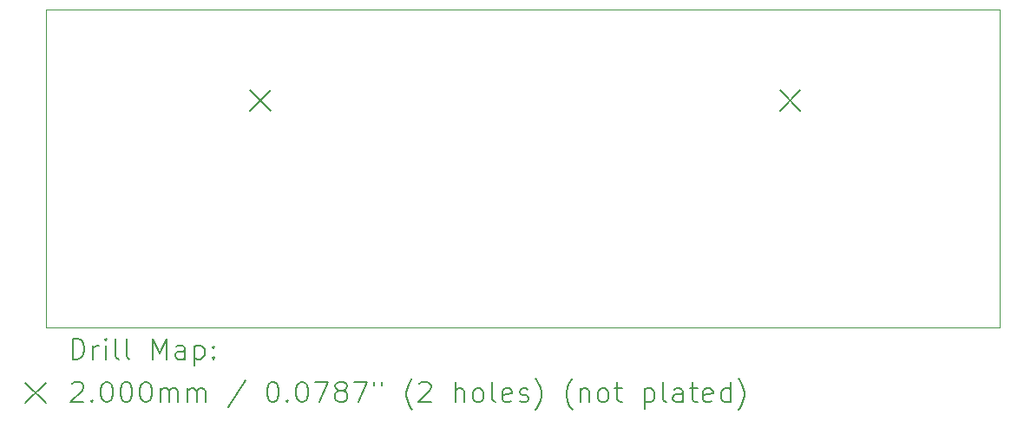
<source format=gbr>
%TF.GenerationSoftware,KiCad,Pcbnew,8.0.4*%
%TF.CreationDate,2024-09-22T20:29:33+02:00*%
%TF.ProjectId,Fader_Single,46616465-725f-4536-996e-676c652e6b69,rev?*%
%TF.SameCoordinates,Original*%
%TF.FileFunction,Drillmap*%
%TF.FilePolarity,Positive*%
%FSLAX45Y45*%
G04 Gerber Fmt 4.5, Leading zero omitted, Abs format (unit mm)*
G04 Created by KiCad (PCBNEW 8.0.4) date 2024-09-22 20:29:33*
%MOMM*%
%LPD*%
G01*
G04 APERTURE LIST*
%ADD10C,0.050000*%
%ADD11C,0.200000*%
G04 APERTURE END LIST*
D10*
X10400000Y-7800000D02*
X19700000Y-7800000D01*
X19700000Y-10900000D01*
X10400000Y-10900000D01*
X10400000Y-7800000D01*
D11*
X12390000Y-8587500D02*
X12590000Y-8787500D01*
X12590000Y-8587500D02*
X12390000Y-8787500D01*
X17560000Y-8587500D02*
X17760000Y-8787500D01*
X17760000Y-8587500D02*
X17560000Y-8787500D01*
X10658277Y-11213984D02*
X10658277Y-11013984D01*
X10658277Y-11013984D02*
X10705896Y-11013984D01*
X10705896Y-11013984D02*
X10734467Y-11023508D01*
X10734467Y-11023508D02*
X10753515Y-11042555D01*
X10753515Y-11042555D02*
X10763039Y-11061603D01*
X10763039Y-11061603D02*
X10772563Y-11099698D01*
X10772563Y-11099698D02*
X10772563Y-11128270D01*
X10772563Y-11128270D02*
X10763039Y-11166365D01*
X10763039Y-11166365D02*
X10753515Y-11185412D01*
X10753515Y-11185412D02*
X10734467Y-11204460D01*
X10734467Y-11204460D02*
X10705896Y-11213984D01*
X10705896Y-11213984D02*
X10658277Y-11213984D01*
X10858277Y-11213984D02*
X10858277Y-11080650D01*
X10858277Y-11118746D02*
X10867801Y-11099698D01*
X10867801Y-11099698D02*
X10877324Y-11090174D01*
X10877324Y-11090174D02*
X10896372Y-11080650D01*
X10896372Y-11080650D02*
X10915420Y-11080650D01*
X10982086Y-11213984D02*
X10982086Y-11080650D01*
X10982086Y-11013984D02*
X10972563Y-11023508D01*
X10972563Y-11023508D02*
X10982086Y-11033031D01*
X10982086Y-11033031D02*
X10991610Y-11023508D01*
X10991610Y-11023508D02*
X10982086Y-11013984D01*
X10982086Y-11013984D02*
X10982086Y-11033031D01*
X11105896Y-11213984D02*
X11086848Y-11204460D01*
X11086848Y-11204460D02*
X11077324Y-11185412D01*
X11077324Y-11185412D02*
X11077324Y-11013984D01*
X11210658Y-11213984D02*
X11191610Y-11204460D01*
X11191610Y-11204460D02*
X11182086Y-11185412D01*
X11182086Y-11185412D02*
X11182086Y-11013984D01*
X11439229Y-11213984D02*
X11439229Y-11013984D01*
X11439229Y-11013984D02*
X11505896Y-11156841D01*
X11505896Y-11156841D02*
X11572562Y-11013984D01*
X11572562Y-11013984D02*
X11572562Y-11213984D01*
X11753515Y-11213984D02*
X11753515Y-11109222D01*
X11753515Y-11109222D02*
X11743991Y-11090174D01*
X11743991Y-11090174D02*
X11724943Y-11080650D01*
X11724943Y-11080650D02*
X11686848Y-11080650D01*
X11686848Y-11080650D02*
X11667801Y-11090174D01*
X11753515Y-11204460D02*
X11734467Y-11213984D01*
X11734467Y-11213984D02*
X11686848Y-11213984D01*
X11686848Y-11213984D02*
X11667801Y-11204460D01*
X11667801Y-11204460D02*
X11658277Y-11185412D01*
X11658277Y-11185412D02*
X11658277Y-11166365D01*
X11658277Y-11166365D02*
X11667801Y-11147317D01*
X11667801Y-11147317D02*
X11686848Y-11137793D01*
X11686848Y-11137793D02*
X11734467Y-11137793D01*
X11734467Y-11137793D02*
X11753515Y-11128270D01*
X11848753Y-11080650D02*
X11848753Y-11280650D01*
X11848753Y-11090174D02*
X11867801Y-11080650D01*
X11867801Y-11080650D02*
X11905896Y-11080650D01*
X11905896Y-11080650D02*
X11924943Y-11090174D01*
X11924943Y-11090174D02*
X11934467Y-11099698D01*
X11934467Y-11099698D02*
X11943991Y-11118746D01*
X11943991Y-11118746D02*
X11943991Y-11175889D01*
X11943991Y-11175889D02*
X11934467Y-11194936D01*
X11934467Y-11194936D02*
X11924943Y-11204460D01*
X11924943Y-11204460D02*
X11905896Y-11213984D01*
X11905896Y-11213984D02*
X11867801Y-11213984D01*
X11867801Y-11213984D02*
X11848753Y-11204460D01*
X12029705Y-11194936D02*
X12039229Y-11204460D01*
X12039229Y-11204460D02*
X12029705Y-11213984D01*
X12029705Y-11213984D02*
X12020182Y-11204460D01*
X12020182Y-11204460D02*
X12029705Y-11194936D01*
X12029705Y-11194936D02*
X12029705Y-11213984D01*
X12029705Y-11090174D02*
X12039229Y-11099698D01*
X12039229Y-11099698D02*
X12029705Y-11109222D01*
X12029705Y-11109222D02*
X12020182Y-11099698D01*
X12020182Y-11099698D02*
X12029705Y-11090174D01*
X12029705Y-11090174D02*
X12029705Y-11109222D01*
X10197500Y-11442500D02*
X10397500Y-11642500D01*
X10397500Y-11442500D02*
X10197500Y-11642500D01*
X10648753Y-11453031D02*
X10658277Y-11443508D01*
X10658277Y-11443508D02*
X10677324Y-11433984D01*
X10677324Y-11433984D02*
X10724944Y-11433984D01*
X10724944Y-11433984D02*
X10743991Y-11443508D01*
X10743991Y-11443508D02*
X10753515Y-11453031D01*
X10753515Y-11453031D02*
X10763039Y-11472079D01*
X10763039Y-11472079D02*
X10763039Y-11491127D01*
X10763039Y-11491127D02*
X10753515Y-11519698D01*
X10753515Y-11519698D02*
X10639229Y-11633984D01*
X10639229Y-11633984D02*
X10763039Y-11633984D01*
X10848753Y-11614936D02*
X10858277Y-11624460D01*
X10858277Y-11624460D02*
X10848753Y-11633984D01*
X10848753Y-11633984D02*
X10839229Y-11624460D01*
X10839229Y-11624460D02*
X10848753Y-11614936D01*
X10848753Y-11614936D02*
X10848753Y-11633984D01*
X10982086Y-11433984D02*
X11001134Y-11433984D01*
X11001134Y-11433984D02*
X11020182Y-11443508D01*
X11020182Y-11443508D02*
X11029705Y-11453031D01*
X11029705Y-11453031D02*
X11039229Y-11472079D01*
X11039229Y-11472079D02*
X11048753Y-11510174D01*
X11048753Y-11510174D02*
X11048753Y-11557793D01*
X11048753Y-11557793D02*
X11039229Y-11595888D01*
X11039229Y-11595888D02*
X11029705Y-11614936D01*
X11029705Y-11614936D02*
X11020182Y-11624460D01*
X11020182Y-11624460D02*
X11001134Y-11633984D01*
X11001134Y-11633984D02*
X10982086Y-11633984D01*
X10982086Y-11633984D02*
X10963039Y-11624460D01*
X10963039Y-11624460D02*
X10953515Y-11614936D01*
X10953515Y-11614936D02*
X10943991Y-11595888D01*
X10943991Y-11595888D02*
X10934467Y-11557793D01*
X10934467Y-11557793D02*
X10934467Y-11510174D01*
X10934467Y-11510174D02*
X10943991Y-11472079D01*
X10943991Y-11472079D02*
X10953515Y-11453031D01*
X10953515Y-11453031D02*
X10963039Y-11443508D01*
X10963039Y-11443508D02*
X10982086Y-11433984D01*
X11172563Y-11433984D02*
X11191610Y-11433984D01*
X11191610Y-11433984D02*
X11210658Y-11443508D01*
X11210658Y-11443508D02*
X11220182Y-11453031D01*
X11220182Y-11453031D02*
X11229705Y-11472079D01*
X11229705Y-11472079D02*
X11239229Y-11510174D01*
X11239229Y-11510174D02*
X11239229Y-11557793D01*
X11239229Y-11557793D02*
X11229705Y-11595888D01*
X11229705Y-11595888D02*
X11220182Y-11614936D01*
X11220182Y-11614936D02*
X11210658Y-11624460D01*
X11210658Y-11624460D02*
X11191610Y-11633984D01*
X11191610Y-11633984D02*
X11172563Y-11633984D01*
X11172563Y-11633984D02*
X11153515Y-11624460D01*
X11153515Y-11624460D02*
X11143991Y-11614936D01*
X11143991Y-11614936D02*
X11134467Y-11595888D01*
X11134467Y-11595888D02*
X11124944Y-11557793D01*
X11124944Y-11557793D02*
X11124944Y-11510174D01*
X11124944Y-11510174D02*
X11134467Y-11472079D01*
X11134467Y-11472079D02*
X11143991Y-11453031D01*
X11143991Y-11453031D02*
X11153515Y-11443508D01*
X11153515Y-11443508D02*
X11172563Y-11433984D01*
X11363039Y-11433984D02*
X11382086Y-11433984D01*
X11382086Y-11433984D02*
X11401134Y-11443508D01*
X11401134Y-11443508D02*
X11410658Y-11453031D01*
X11410658Y-11453031D02*
X11420182Y-11472079D01*
X11420182Y-11472079D02*
X11429705Y-11510174D01*
X11429705Y-11510174D02*
X11429705Y-11557793D01*
X11429705Y-11557793D02*
X11420182Y-11595888D01*
X11420182Y-11595888D02*
X11410658Y-11614936D01*
X11410658Y-11614936D02*
X11401134Y-11624460D01*
X11401134Y-11624460D02*
X11382086Y-11633984D01*
X11382086Y-11633984D02*
X11363039Y-11633984D01*
X11363039Y-11633984D02*
X11343991Y-11624460D01*
X11343991Y-11624460D02*
X11334467Y-11614936D01*
X11334467Y-11614936D02*
X11324943Y-11595888D01*
X11324943Y-11595888D02*
X11315420Y-11557793D01*
X11315420Y-11557793D02*
X11315420Y-11510174D01*
X11315420Y-11510174D02*
X11324943Y-11472079D01*
X11324943Y-11472079D02*
X11334467Y-11453031D01*
X11334467Y-11453031D02*
X11343991Y-11443508D01*
X11343991Y-11443508D02*
X11363039Y-11433984D01*
X11515420Y-11633984D02*
X11515420Y-11500650D01*
X11515420Y-11519698D02*
X11524943Y-11510174D01*
X11524943Y-11510174D02*
X11543991Y-11500650D01*
X11543991Y-11500650D02*
X11572563Y-11500650D01*
X11572563Y-11500650D02*
X11591610Y-11510174D01*
X11591610Y-11510174D02*
X11601134Y-11529222D01*
X11601134Y-11529222D02*
X11601134Y-11633984D01*
X11601134Y-11529222D02*
X11610658Y-11510174D01*
X11610658Y-11510174D02*
X11629705Y-11500650D01*
X11629705Y-11500650D02*
X11658277Y-11500650D01*
X11658277Y-11500650D02*
X11677324Y-11510174D01*
X11677324Y-11510174D02*
X11686848Y-11529222D01*
X11686848Y-11529222D02*
X11686848Y-11633984D01*
X11782086Y-11633984D02*
X11782086Y-11500650D01*
X11782086Y-11519698D02*
X11791610Y-11510174D01*
X11791610Y-11510174D02*
X11810658Y-11500650D01*
X11810658Y-11500650D02*
X11839229Y-11500650D01*
X11839229Y-11500650D02*
X11858277Y-11510174D01*
X11858277Y-11510174D02*
X11867801Y-11529222D01*
X11867801Y-11529222D02*
X11867801Y-11633984D01*
X11867801Y-11529222D02*
X11877324Y-11510174D01*
X11877324Y-11510174D02*
X11896372Y-11500650D01*
X11896372Y-11500650D02*
X11924943Y-11500650D01*
X11924943Y-11500650D02*
X11943991Y-11510174D01*
X11943991Y-11510174D02*
X11953515Y-11529222D01*
X11953515Y-11529222D02*
X11953515Y-11633984D01*
X12343991Y-11424460D02*
X12172563Y-11681603D01*
X12601134Y-11433984D02*
X12620182Y-11433984D01*
X12620182Y-11433984D02*
X12639229Y-11443508D01*
X12639229Y-11443508D02*
X12648753Y-11453031D01*
X12648753Y-11453031D02*
X12658277Y-11472079D01*
X12658277Y-11472079D02*
X12667801Y-11510174D01*
X12667801Y-11510174D02*
X12667801Y-11557793D01*
X12667801Y-11557793D02*
X12658277Y-11595888D01*
X12658277Y-11595888D02*
X12648753Y-11614936D01*
X12648753Y-11614936D02*
X12639229Y-11624460D01*
X12639229Y-11624460D02*
X12620182Y-11633984D01*
X12620182Y-11633984D02*
X12601134Y-11633984D01*
X12601134Y-11633984D02*
X12582086Y-11624460D01*
X12582086Y-11624460D02*
X12572563Y-11614936D01*
X12572563Y-11614936D02*
X12563039Y-11595888D01*
X12563039Y-11595888D02*
X12553515Y-11557793D01*
X12553515Y-11557793D02*
X12553515Y-11510174D01*
X12553515Y-11510174D02*
X12563039Y-11472079D01*
X12563039Y-11472079D02*
X12572563Y-11453031D01*
X12572563Y-11453031D02*
X12582086Y-11443508D01*
X12582086Y-11443508D02*
X12601134Y-11433984D01*
X12753515Y-11614936D02*
X12763039Y-11624460D01*
X12763039Y-11624460D02*
X12753515Y-11633984D01*
X12753515Y-11633984D02*
X12743991Y-11624460D01*
X12743991Y-11624460D02*
X12753515Y-11614936D01*
X12753515Y-11614936D02*
X12753515Y-11633984D01*
X12886848Y-11433984D02*
X12905896Y-11433984D01*
X12905896Y-11433984D02*
X12924944Y-11443508D01*
X12924944Y-11443508D02*
X12934467Y-11453031D01*
X12934467Y-11453031D02*
X12943991Y-11472079D01*
X12943991Y-11472079D02*
X12953515Y-11510174D01*
X12953515Y-11510174D02*
X12953515Y-11557793D01*
X12953515Y-11557793D02*
X12943991Y-11595888D01*
X12943991Y-11595888D02*
X12934467Y-11614936D01*
X12934467Y-11614936D02*
X12924944Y-11624460D01*
X12924944Y-11624460D02*
X12905896Y-11633984D01*
X12905896Y-11633984D02*
X12886848Y-11633984D01*
X12886848Y-11633984D02*
X12867801Y-11624460D01*
X12867801Y-11624460D02*
X12858277Y-11614936D01*
X12858277Y-11614936D02*
X12848753Y-11595888D01*
X12848753Y-11595888D02*
X12839229Y-11557793D01*
X12839229Y-11557793D02*
X12839229Y-11510174D01*
X12839229Y-11510174D02*
X12848753Y-11472079D01*
X12848753Y-11472079D02*
X12858277Y-11453031D01*
X12858277Y-11453031D02*
X12867801Y-11443508D01*
X12867801Y-11443508D02*
X12886848Y-11433984D01*
X13020182Y-11433984D02*
X13153515Y-11433984D01*
X13153515Y-11433984D02*
X13067801Y-11633984D01*
X13258277Y-11519698D02*
X13239229Y-11510174D01*
X13239229Y-11510174D02*
X13229706Y-11500650D01*
X13229706Y-11500650D02*
X13220182Y-11481603D01*
X13220182Y-11481603D02*
X13220182Y-11472079D01*
X13220182Y-11472079D02*
X13229706Y-11453031D01*
X13229706Y-11453031D02*
X13239229Y-11443508D01*
X13239229Y-11443508D02*
X13258277Y-11433984D01*
X13258277Y-11433984D02*
X13296372Y-11433984D01*
X13296372Y-11433984D02*
X13315420Y-11443508D01*
X13315420Y-11443508D02*
X13324944Y-11453031D01*
X13324944Y-11453031D02*
X13334467Y-11472079D01*
X13334467Y-11472079D02*
X13334467Y-11481603D01*
X13334467Y-11481603D02*
X13324944Y-11500650D01*
X13324944Y-11500650D02*
X13315420Y-11510174D01*
X13315420Y-11510174D02*
X13296372Y-11519698D01*
X13296372Y-11519698D02*
X13258277Y-11519698D01*
X13258277Y-11519698D02*
X13239229Y-11529222D01*
X13239229Y-11529222D02*
X13229706Y-11538746D01*
X13229706Y-11538746D02*
X13220182Y-11557793D01*
X13220182Y-11557793D02*
X13220182Y-11595888D01*
X13220182Y-11595888D02*
X13229706Y-11614936D01*
X13229706Y-11614936D02*
X13239229Y-11624460D01*
X13239229Y-11624460D02*
X13258277Y-11633984D01*
X13258277Y-11633984D02*
X13296372Y-11633984D01*
X13296372Y-11633984D02*
X13315420Y-11624460D01*
X13315420Y-11624460D02*
X13324944Y-11614936D01*
X13324944Y-11614936D02*
X13334467Y-11595888D01*
X13334467Y-11595888D02*
X13334467Y-11557793D01*
X13334467Y-11557793D02*
X13324944Y-11538746D01*
X13324944Y-11538746D02*
X13315420Y-11529222D01*
X13315420Y-11529222D02*
X13296372Y-11519698D01*
X13401134Y-11433984D02*
X13534467Y-11433984D01*
X13534467Y-11433984D02*
X13448753Y-11633984D01*
X13601134Y-11433984D02*
X13601134Y-11472079D01*
X13677325Y-11433984D02*
X13677325Y-11472079D01*
X13972563Y-11710174D02*
X13963039Y-11700650D01*
X13963039Y-11700650D02*
X13943991Y-11672079D01*
X13943991Y-11672079D02*
X13934468Y-11653031D01*
X13934468Y-11653031D02*
X13924944Y-11624460D01*
X13924944Y-11624460D02*
X13915420Y-11576841D01*
X13915420Y-11576841D02*
X13915420Y-11538746D01*
X13915420Y-11538746D02*
X13924944Y-11491127D01*
X13924944Y-11491127D02*
X13934468Y-11462555D01*
X13934468Y-11462555D02*
X13943991Y-11443508D01*
X13943991Y-11443508D02*
X13963039Y-11414936D01*
X13963039Y-11414936D02*
X13972563Y-11405412D01*
X14039229Y-11453031D02*
X14048753Y-11443508D01*
X14048753Y-11443508D02*
X14067801Y-11433984D01*
X14067801Y-11433984D02*
X14115420Y-11433984D01*
X14115420Y-11433984D02*
X14134468Y-11443508D01*
X14134468Y-11443508D02*
X14143991Y-11453031D01*
X14143991Y-11453031D02*
X14153515Y-11472079D01*
X14153515Y-11472079D02*
X14153515Y-11491127D01*
X14153515Y-11491127D02*
X14143991Y-11519698D01*
X14143991Y-11519698D02*
X14029706Y-11633984D01*
X14029706Y-11633984D02*
X14153515Y-11633984D01*
X14391610Y-11633984D02*
X14391610Y-11433984D01*
X14477325Y-11633984D02*
X14477325Y-11529222D01*
X14477325Y-11529222D02*
X14467801Y-11510174D01*
X14467801Y-11510174D02*
X14448753Y-11500650D01*
X14448753Y-11500650D02*
X14420182Y-11500650D01*
X14420182Y-11500650D02*
X14401134Y-11510174D01*
X14401134Y-11510174D02*
X14391610Y-11519698D01*
X14601134Y-11633984D02*
X14582087Y-11624460D01*
X14582087Y-11624460D02*
X14572563Y-11614936D01*
X14572563Y-11614936D02*
X14563039Y-11595888D01*
X14563039Y-11595888D02*
X14563039Y-11538746D01*
X14563039Y-11538746D02*
X14572563Y-11519698D01*
X14572563Y-11519698D02*
X14582087Y-11510174D01*
X14582087Y-11510174D02*
X14601134Y-11500650D01*
X14601134Y-11500650D02*
X14629706Y-11500650D01*
X14629706Y-11500650D02*
X14648753Y-11510174D01*
X14648753Y-11510174D02*
X14658277Y-11519698D01*
X14658277Y-11519698D02*
X14667801Y-11538746D01*
X14667801Y-11538746D02*
X14667801Y-11595888D01*
X14667801Y-11595888D02*
X14658277Y-11614936D01*
X14658277Y-11614936D02*
X14648753Y-11624460D01*
X14648753Y-11624460D02*
X14629706Y-11633984D01*
X14629706Y-11633984D02*
X14601134Y-11633984D01*
X14782087Y-11633984D02*
X14763039Y-11624460D01*
X14763039Y-11624460D02*
X14753515Y-11605412D01*
X14753515Y-11605412D02*
X14753515Y-11433984D01*
X14934468Y-11624460D02*
X14915420Y-11633984D01*
X14915420Y-11633984D02*
X14877325Y-11633984D01*
X14877325Y-11633984D02*
X14858277Y-11624460D01*
X14858277Y-11624460D02*
X14848753Y-11605412D01*
X14848753Y-11605412D02*
X14848753Y-11529222D01*
X14848753Y-11529222D02*
X14858277Y-11510174D01*
X14858277Y-11510174D02*
X14877325Y-11500650D01*
X14877325Y-11500650D02*
X14915420Y-11500650D01*
X14915420Y-11500650D02*
X14934468Y-11510174D01*
X14934468Y-11510174D02*
X14943991Y-11529222D01*
X14943991Y-11529222D02*
X14943991Y-11548269D01*
X14943991Y-11548269D02*
X14848753Y-11567317D01*
X15020182Y-11624460D02*
X15039230Y-11633984D01*
X15039230Y-11633984D02*
X15077325Y-11633984D01*
X15077325Y-11633984D02*
X15096372Y-11624460D01*
X15096372Y-11624460D02*
X15105896Y-11605412D01*
X15105896Y-11605412D02*
X15105896Y-11595888D01*
X15105896Y-11595888D02*
X15096372Y-11576841D01*
X15096372Y-11576841D02*
X15077325Y-11567317D01*
X15077325Y-11567317D02*
X15048753Y-11567317D01*
X15048753Y-11567317D02*
X15029706Y-11557793D01*
X15029706Y-11557793D02*
X15020182Y-11538746D01*
X15020182Y-11538746D02*
X15020182Y-11529222D01*
X15020182Y-11529222D02*
X15029706Y-11510174D01*
X15029706Y-11510174D02*
X15048753Y-11500650D01*
X15048753Y-11500650D02*
X15077325Y-11500650D01*
X15077325Y-11500650D02*
X15096372Y-11510174D01*
X15172563Y-11710174D02*
X15182087Y-11700650D01*
X15182087Y-11700650D02*
X15201134Y-11672079D01*
X15201134Y-11672079D02*
X15210658Y-11653031D01*
X15210658Y-11653031D02*
X15220182Y-11624460D01*
X15220182Y-11624460D02*
X15229706Y-11576841D01*
X15229706Y-11576841D02*
X15229706Y-11538746D01*
X15229706Y-11538746D02*
X15220182Y-11491127D01*
X15220182Y-11491127D02*
X15210658Y-11462555D01*
X15210658Y-11462555D02*
X15201134Y-11443508D01*
X15201134Y-11443508D02*
X15182087Y-11414936D01*
X15182087Y-11414936D02*
X15172563Y-11405412D01*
X15534468Y-11710174D02*
X15524944Y-11700650D01*
X15524944Y-11700650D02*
X15505896Y-11672079D01*
X15505896Y-11672079D02*
X15496372Y-11653031D01*
X15496372Y-11653031D02*
X15486849Y-11624460D01*
X15486849Y-11624460D02*
X15477325Y-11576841D01*
X15477325Y-11576841D02*
X15477325Y-11538746D01*
X15477325Y-11538746D02*
X15486849Y-11491127D01*
X15486849Y-11491127D02*
X15496372Y-11462555D01*
X15496372Y-11462555D02*
X15505896Y-11443508D01*
X15505896Y-11443508D02*
X15524944Y-11414936D01*
X15524944Y-11414936D02*
X15534468Y-11405412D01*
X15610658Y-11500650D02*
X15610658Y-11633984D01*
X15610658Y-11519698D02*
X15620182Y-11510174D01*
X15620182Y-11510174D02*
X15639230Y-11500650D01*
X15639230Y-11500650D02*
X15667801Y-11500650D01*
X15667801Y-11500650D02*
X15686849Y-11510174D01*
X15686849Y-11510174D02*
X15696372Y-11529222D01*
X15696372Y-11529222D02*
X15696372Y-11633984D01*
X15820182Y-11633984D02*
X15801134Y-11624460D01*
X15801134Y-11624460D02*
X15791611Y-11614936D01*
X15791611Y-11614936D02*
X15782087Y-11595888D01*
X15782087Y-11595888D02*
X15782087Y-11538746D01*
X15782087Y-11538746D02*
X15791611Y-11519698D01*
X15791611Y-11519698D02*
X15801134Y-11510174D01*
X15801134Y-11510174D02*
X15820182Y-11500650D01*
X15820182Y-11500650D02*
X15848753Y-11500650D01*
X15848753Y-11500650D02*
X15867801Y-11510174D01*
X15867801Y-11510174D02*
X15877325Y-11519698D01*
X15877325Y-11519698D02*
X15886849Y-11538746D01*
X15886849Y-11538746D02*
X15886849Y-11595888D01*
X15886849Y-11595888D02*
X15877325Y-11614936D01*
X15877325Y-11614936D02*
X15867801Y-11624460D01*
X15867801Y-11624460D02*
X15848753Y-11633984D01*
X15848753Y-11633984D02*
X15820182Y-11633984D01*
X15943992Y-11500650D02*
X16020182Y-11500650D01*
X15972563Y-11433984D02*
X15972563Y-11605412D01*
X15972563Y-11605412D02*
X15982087Y-11624460D01*
X15982087Y-11624460D02*
X16001134Y-11633984D01*
X16001134Y-11633984D02*
X16020182Y-11633984D01*
X16239230Y-11500650D02*
X16239230Y-11700650D01*
X16239230Y-11510174D02*
X16258277Y-11500650D01*
X16258277Y-11500650D02*
X16296373Y-11500650D01*
X16296373Y-11500650D02*
X16315420Y-11510174D01*
X16315420Y-11510174D02*
X16324944Y-11519698D01*
X16324944Y-11519698D02*
X16334468Y-11538746D01*
X16334468Y-11538746D02*
X16334468Y-11595888D01*
X16334468Y-11595888D02*
X16324944Y-11614936D01*
X16324944Y-11614936D02*
X16315420Y-11624460D01*
X16315420Y-11624460D02*
X16296373Y-11633984D01*
X16296373Y-11633984D02*
X16258277Y-11633984D01*
X16258277Y-11633984D02*
X16239230Y-11624460D01*
X16448753Y-11633984D02*
X16429706Y-11624460D01*
X16429706Y-11624460D02*
X16420182Y-11605412D01*
X16420182Y-11605412D02*
X16420182Y-11433984D01*
X16610658Y-11633984D02*
X16610658Y-11529222D01*
X16610658Y-11529222D02*
X16601134Y-11510174D01*
X16601134Y-11510174D02*
X16582087Y-11500650D01*
X16582087Y-11500650D02*
X16543992Y-11500650D01*
X16543992Y-11500650D02*
X16524944Y-11510174D01*
X16610658Y-11624460D02*
X16591611Y-11633984D01*
X16591611Y-11633984D02*
X16543992Y-11633984D01*
X16543992Y-11633984D02*
X16524944Y-11624460D01*
X16524944Y-11624460D02*
X16515420Y-11605412D01*
X16515420Y-11605412D02*
X16515420Y-11586365D01*
X16515420Y-11586365D02*
X16524944Y-11567317D01*
X16524944Y-11567317D02*
X16543992Y-11557793D01*
X16543992Y-11557793D02*
X16591611Y-11557793D01*
X16591611Y-11557793D02*
X16610658Y-11548269D01*
X16677325Y-11500650D02*
X16753515Y-11500650D01*
X16705896Y-11433984D02*
X16705896Y-11605412D01*
X16705896Y-11605412D02*
X16715420Y-11624460D01*
X16715420Y-11624460D02*
X16734468Y-11633984D01*
X16734468Y-11633984D02*
X16753515Y-11633984D01*
X16896373Y-11624460D02*
X16877325Y-11633984D01*
X16877325Y-11633984D02*
X16839230Y-11633984D01*
X16839230Y-11633984D02*
X16820182Y-11624460D01*
X16820182Y-11624460D02*
X16810658Y-11605412D01*
X16810658Y-11605412D02*
X16810658Y-11529222D01*
X16810658Y-11529222D02*
X16820182Y-11510174D01*
X16820182Y-11510174D02*
X16839230Y-11500650D01*
X16839230Y-11500650D02*
X16877325Y-11500650D01*
X16877325Y-11500650D02*
X16896373Y-11510174D01*
X16896373Y-11510174D02*
X16905896Y-11529222D01*
X16905896Y-11529222D02*
X16905896Y-11548269D01*
X16905896Y-11548269D02*
X16810658Y-11567317D01*
X17077325Y-11633984D02*
X17077325Y-11433984D01*
X17077325Y-11624460D02*
X17058277Y-11633984D01*
X17058277Y-11633984D02*
X17020182Y-11633984D01*
X17020182Y-11633984D02*
X17001135Y-11624460D01*
X17001135Y-11624460D02*
X16991611Y-11614936D01*
X16991611Y-11614936D02*
X16982087Y-11595888D01*
X16982087Y-11595888D02*
X16982087Y-11538746D01*
X16982087Y-11538746D02*
X16991611Y-11519698D01*
X16991611Y-11519698D02*
X17001135Y-11510174D01*
X17001135Y-11510174D02*
X17020182Y-11500650D01*
X17020182Y-11500650D02*
X17058277Y-11500650D01*
X17058277Y-11500650D02*
X17077325Y-11510174D01*
X17153516Y-11710174D02*
X17163039Y-11700650D01*
X17163039Y-11700650D02*
X17182087Y-11672079D01*
X17182087Y-11672079D02*
X17191611Y-11653031D01*
X17191611Y-11653031D02*
X17201135Y-11624460D01*
X17201135Y-11624460D02*
X17210658Y-11576841D01*
X17210658Y-11576841D02*
X17210658Y-11538746D01*
X17210658Y-11538746D02*
X17201135Y-11491127D01*
X17201135Y-11491127D02*
X17191611Y-11462555D01*
X17191611Y-11462555D02*
X17182087Y-11443508D01*
X17182087Y-11443508D02*
X17163039Y-11414936D01*
X17163039Y-11414936D02*
X17153516Y-11405412D01*
M02*

</source>
